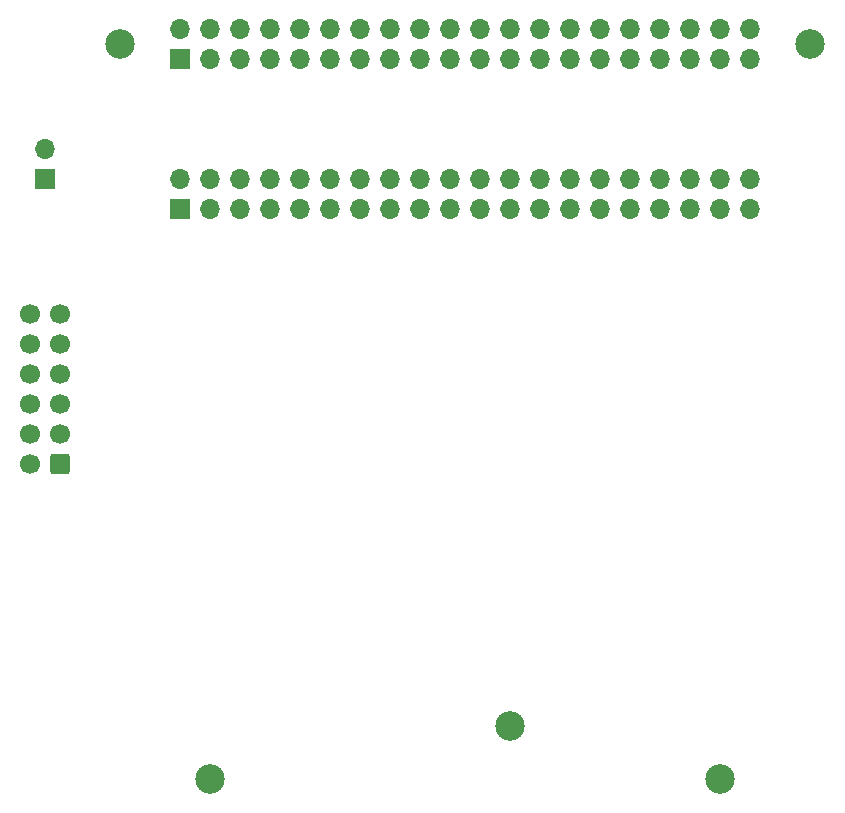
<source format=gbs>
G04 #@! TF.GenerationSoftware,KiCad,Pcbnew,7.0.11-7.0.11~ubuntu20.04.1*
G04 #@! TF.CreationDate,2024-08-17T18:13:06+02:00*
G04 #@! TF.ProjectId,kicad-kria-pi4-ext,6b696361-642d-46b7-9269-612d7069342d,1.0*
G04 #@! TF.SameCoordinates,Original*
G04 #@! TF.FileFunction,Soldermask,Bot*
G04 #@! TF.FilePolarity,Negative*
%FSLAX46Y46*%
G04 Gerber Fmt 4.6, Leading zero omitted, Abs format (unit mm)*
G04 Created by KiCad (PCBNEW 7.0.11-7.0.11~ubuntu20.04.1) date 2024-08-17 18:13:06*
%MOMM*%
%LPD*%
G01*
G04 APERTURE LIST*
G04 Aperture macros list*
%AMRoundRect*
0 Rectangle with rounded corners*
0 $1 Rounding radius*
0 $2 $3 $4 $5 $6 $7 $8 $9 X,Y pos of 4 corners*
0 Add a 4 corners polygon primitive as box body*
4,1,4,$2,$3,$4,$5,$6,$7,$8,$9,$2,$3,0*
0 Add four circle primitives for the rounded corners*
1,1,$1+$1,$2,$3*
1,1,$1+$1,$4,$5*
1,1,$1+$1,$6,$7*
1,1,$1+$1,$8,$9*
0 Add four rect primitives between the rounded corners*
20,1,$1+$1,$2,$3,$4,$5,0*
20,1,$1+$1,$4,$5,$6,$7,0*
20,1,$1+$1,$6,$7,$8,$9,0*
20,1,$1+$1,$8,$9,$2,$3,0*%
G04 Aperture macros list end*
%ADD10C,2.500000*%
%ADD11R,1.700000X1.700000*%
%ADD12O,1.700000X1.700000*%
%ADD13RoundRect,0.250000X0.600000X0.600000X-0.600000X0.600000X-0.600000X-0.600000X0.600000X-0.600000X0*%
%ADD14C,1.700000*%
G04 APERTURE END LIST*
D10*
X154940000Y-49530000D03*
X104140000Y-111760000D03*
X96520000Y-49530000D03*
D11*
X90170000Y-60955000D03*
D12*
X90170000Y-58415000D03*
D10*
X147320000Y-111760000D03*
D11*
X101600000Y-63500000D03*
D12*
X101600000Y-60960000D03*
X104140000Y-63500000D03*
X104140000Y-60960000D03*
X106680000Y-63500000D03*
X106680000Y-60960000D03*
X109220000Y-63500000D03*
X109220000Y-60960000D03*
X111760000Y-63500000D03*
X111760000Y-60960000D03*
X114300000Y-63500000D03*
X114300000Y-60960000D03*
X116840000Y-63500000D03*
X116840000Y-60960000D03*
X119380000Y-63500000D03*
X119380000Y-60960000D03*
X121920000Y-63500000D03*
X121920000Y-60960000D03*
X124460000Y-63500000D03*
X124460000Y-60960000D03*
X127000000Y-63500000D03*
X127000000Y-60960000D03*
X129540000Y-63500000D03*
X129540000Y-60960000D03*
X132080000Y-63500000D03*
X132080000Y-60960000D03*
X134620000Y-63500000D03*
X134620000Y-60960000D03*
X137160000Y-63500000D03*
X137160000Y-60960000D03*
X139700000Y-63500000D03*
X139700000Y-60960000D03*
X142240000Y-63500000D03*
X142240000Y-60960000D03*
X144780000Y-63500000D03*
X144780000Y-60960000D03*
X147320000Y-63500000D03*
X147320000Y-60960000D03*
X149860000Y-63500000D03*
X149860000Y-60960000D03*
D10*
X129540000Y-107315000D03*
D13*
X91440000Y-85090000D03*
D14*
X88900000Y-85090000D03*
X91440000Y-82550000D03*
X88900000Y-82550000D03*
X91440000Y-80010000D03*
X88900000Y-80010000D03*
X91440000Y-77470000D03*
X88900000Y-77470000D03*
X91440000Y-74930000D03*
X88900000Y-74930000D03*
X91440000Y-72390000D03*
X88900000Y-72390000D03*
D11*
X101600000Y-50800000D03*
D12*
X101600000Y-48260000D03*
X104140000Y-50800000D03*
X104140000Y-48260000D03*
X106680000Y-50800000D03*
X106680000Y-48260000D03*
X109220000Y-50800000D03*
X109220000Y-48260000D03*
X111760000Y-50800000D03*
X111760000Y-48260000D03*
X114300000Y-50800000D03*
X114300000Y-48260000D03*
X116840000Y-50800000D03*
X116840000Y-48260000D03*
X119380000Y-50800000D03*
X119380000Y-48260000D03*
X121920000Y-50800000D03*
X121920000Y-48260000D03*
X124460000Y-50800000D03*
X124460000Y-48260000D03*
X127000000Y-50800000D03*
X127000000Y-48260000D03*
X129540000Y-50800000D03*
X129540000Y-48260000D03*
X132080000Y-50800000D03*
X132080000Y-48260000D03*
X134620000Y-50800000D03*
X134620000Y-48260000D03*
X137160000Y-50800000D03*
X137160000Y-48260000D03*
X139700000Y-50800000D03*
X139700000Y-48260000D03*
X142240000Y-50800000D03*
X142240000Y-48260000D03*
X144780000Y-50800000D03*
X144780000Y-48260000D03*
X147320000Y-50800000D03*
X147320000Y-48260000D03*
X149860000Y-50800000D03*
X149860000Y-48260000D03*
M02*

</source>
